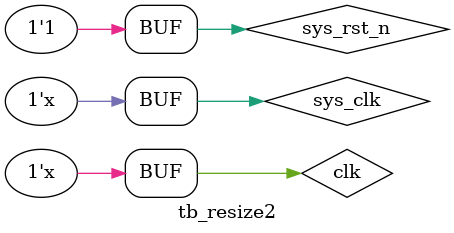
<source format=v>
`timescale  1ns/1ns
module  tb_resize2;


//----------------------------------------------------------------------
//dvpÊ±Ðò²úÉú
//parameter define
parameter   H_VALID   =   10'd400 ,   //ÐÐÓÐÐ§Êý¾Ý
            H_TOTAL   =   10'd440 ;   //ÐÐÉ¨ÃèÖÜÆÚ
parameter   V_SYNC    =   10'd20   ,   //³¡Í¬²½
            V_BACK    =   10'd20  ,   //³¡Ê±ÐòºóÑØ
            V_VALID   =   10'd320 ,   //³¡ÓÐÐ§Êý¾Ý
            V_FRONT   =   10'd20   ,   //³¡Ê±ÐòÇ°ÑØ
            V_TOTAL   =   10'd380 ;   //³¡É¨ÃèÖÜÆÚ

//wire  define
wire            dvp_href     ;   //ÐÐÍ¬²½ÐÅºÅ
wire            dvp_vsync    ;   //³¡Í¬²½ÐÅºÅ

//reg   define
reg             sys_clk         ;   //Ä£ÄâdvpÊ±ÖÓÐÅºÅ
reg             clk         ;   //Ä£ÄâÊ±ÖÓÐÅºÅ
reg             sys_rst_n       ;   //Ä£Äâ¸´Î»ÐÅºÅ
reg     [7:0]   dvp_data     ;   //Ä£ÄâÉãÏñÍ·²É¼¯Í¼ÏñÊý¾Ý
reg     [11:0]  cnt_h           ;   //ÐÐÍ¬²½¼ÆÊýÆ÷
reg     [9:0]   cnt_v           ;   //³¡Í¬²½¼ÆÊýÆ÷

//Ê±ÖÓ¡¢¸´Î»ÐÅºÅ
initial
  begin
    sys_clk     =   1'b1  ;
    clk         =   1'b1  ;
    sys_rst_n   <=  1'b0  ;
    #200
    sys_rst_n   <=  1'b1  ;
  end

always  #20 sys_clk = ~sys_clk;
always  #5 clk = ~clk;

//cnt_h:ÐÐÍ¬²½ÐÅºÅ¼ÆÊýÆ÷
always@(posedge sys_clk or  negedge sys_rst_n)
    if(sys_rst_n == 1'b0)
        cnt_h   <=  12'd0   ;
    else    if(cnt_h == ((H_TOTAL * 3) - 1'b1))
        cnt_h   <=  12'd0   ;
    else
        cnt_h   <=  cnt_h + 1'd1   ;

//dvp_href:ÐÐÍ¬²½ÐÅºÅ
assign  dvp_href = (((cnt_h >= 0)
                      && (cnt_h <= ((H_VALID * 3) - 1'b1)))
                      && ((cnt_v >= (V_SYNC + V_BACK))
                      && (cnt_v <= (V_SYNC + V_BACK + V_VALID - 1'b1))))
                      ? 1'b1 : 1'b0  ;

//cnt_v:³¡Í¬²½ÐÅºÅ¼ÆÊýÆ÷
always@(posedge sys_clk or  negedge sys_rst_n)
    if(sys_rst_n == 1'b0)
        cnt_v   <=  10'd0 ;
    else    if((cnt_v == (V_TOTAL - 1'b1))
                && (cnt_h == ((H_TOTAL * 3) - 1'b1)))
        cnt_v   <=  10'd0 ;
    else    if(cnt_h == ((H_TOTAL * 3) - 1'b1))
        cnt_v   <=  cnt_v + 1'd1 ;
    else
        cnt_v   <=  cnt_v ;

//vsync:³¡Í¬²½ÐÅºÅ
assign  dvp_vsync = (cnt_v  <= (V_SYNC - 1'b1)) ? 1'b1 : 1'b0  ;

//dvp_data:Ä£ÄâÉãÏñÍ·²É¼¯Í¼ÏñÊý¾Ý
always@(posedge sys_clk or  negedge sys_rst_n)
    if(sys_rst_n == 1'b0)
        dvp_data <=  8'd0;
    else    if(dvp_href == 1'b1) 
        dvp_data <=  dvp_data + 1'b1;
    else
        dvp_data <=  8'd0;

parameter    USER_DATA_WIDTH = 32;		//ÊäÈëÎ»¿í32
wire                        resize_wr_en    ;   //Í¼ÏñÊý¾ÝÓÐÐ§Ê¹ÄÜÐÅºÅ
wire [USER_DATA_WIDTH-1:0]  resize_data_out ;   //Í¼ÏñÊý¾Ý
wire    cmos_vsync_begin;   //³¡Í¬²½¿ªÊ¼
wire    cmos_vsync_end ;    //³¡Í¬²½½áÊø
resize_top  #(
    .USER_DATA_WIDTH     (USER_DATA_WIDTH)
 )
 resize_top_inst(
    .sys_rst_n        (sys_rst_n      ),  //¸´Î»ÐÅºÅ

    .dvp_pclk_in        (sys_clk        ),  //ÉãÏñÍ·ÏñËØÊ±ÖÓ
    .dvp_href_in        (dvp_href    ),  //ÉãÏñÍ·ÐÐÍ¬²½ÐÅºÅ
    .dvp_vsync_in       (dvp_vsync   ),  //ÉãÏñÍ·³¡Í¬²½ÐÅºÅ
    .dvp_data_in        (dvp_data    ),  //ÉãÏñÍ·Í¼ÏñÊý¾Ý

    .resize_wr_en       (resize_wr_en   ),  //Í¼ÏñÊý¾ÝÓÐÐ§Ê¹ÄÜÐÅºÅ
    .resize_data_out    (resize_data_out),   //Í¼ÏñÊý¾Ý

    .cmos_vsync_begin   (cmos_vsync_begin   ),    //³¡Í¬²½¿ªÊ¼
    .cmos_vsync_end     (cmos_vsync_end   )    //³¡Í¬²½½áÊø
);







// //----------------------------------------------------------------------
// //rgb2gray
// wire            dvp_pclk_out    ;   //ÓÐÐ§Í¼ÏñÊ¹ÄÜÐÅºÅ
// wire            dvp_href_out ;   //ÓÐÐ§Í¼ÏñÊý¾Ý
// wire            dvp_vsync_out    ;   //ÓÐÐ§Í¼ÏñÊ¹ÄÜÐÅºÅ
// wire     [7:0]  dvp_data_out ;   //ÓÐÐ§Í¼ÏñÊý¾Ý

// rgb2gray rgb2gray_inst(
//     .sys_rst_n       (sys_rst_n      ),  //¸´Î»ÐÅºÅ

//     .dvp_pclk_in        (sys_clk        ),  //ÉãÏñÍ·ÏñËØÊ±ÖÓ
//     .dvp_href_in        (dvp_href    ),  //ÉãÏñÍ·ÐÐÍ¬²½ÐÅºÅ
//     .dvp_vsync_in       (dvp_vsync   ),  //ÉãÏñÍ·³¡Í¬²½ÐÅºÅ
//     .dvp_data_in       (dvp_data    ),  //ÉãÏñÍ·Í¼ÏñÊý¾Ý

//     .dvp_pclk_out        (dvp_pclk_out        ),  //ÉãÏñÍ·ÏñËØÊ±ÖÓ
//     .dvp_href_out        (dvp_href_out    ),  //ÉãÏñÍ·ÐÐÍ¬²½ÐÅºÅ
//     .dvp_vsync_out       (dvp_vsync_out   ),  //ÉãÏñÍ·³¡Í¬²½ÐÅºÅ
//     .dvp_data_out       (dvp_data_out    )  //ÉãÏñÍ·Í¼ÏñÊý¾Ý

// );


// //----------------------------------------------------------------------
// //resize
// localparam src_image_width  = 400;
// localparam src_image_height = 320;
// localparam dst_image_width  = 300;
// localparam dst_image_height = 300;
// localparam x_ratio          = 87381;    //  floor(src_image_width/dst_image_width*2^16)
// localparam y_ratio          = 69905;    //  floor(src_image_height/dst_image_height*2^16)

// //  Image data has been processed
// wire                            post_img_vsync;
// wire                            post_img_href;
// wire            [7:0]           post_img_gray;

// bilinear_interpolation
// #(
//     .C_SRC_IMG_WIDTH (src_image_width ),
//     .C_SRC_IMG_HEIGHT(src_image_height),
//     .C_DST_IMG_WIDTH (dst_image_width ),
//     .C_DST_IMG_HEIGHT(dst_image_height),
//     .C_X_RATIO       (x_ratio         ),        //  floor(C_SRC_IMG_WIDTH/C_DST_IMG_WIDTH*2^16)
//     .C_Y_RATIO       (y_ratio         )         //  floor(C_SRC_IMG_HEIGHT/C_DST_IMG_HEIGHT*2^16)
// )
// u_bilinear_interpolation
// (
//     .clk_in1        (dvp_pclk_out        ),
//     .clk_in2        (dvp_pclk_out        ),
//     .rst_n          (sys_rst_n          ),
    
//     //  Image data prepared to be processed
//     .per_img_vsync1  (dvp_vsync_out  ),          //  Prepared Image data vsync valid signal
//     .per_img_href   (dvp_href_out   ),          //  Prepared Image data href vaild  signal
//     .per_img_gray   (dvp_data_out   ),          //  Prepared Image brightness input
    
//     //  Image data has been processed
//     .post_img_vsync1 (post_img_vsync ),          //  processed Image data vsync valid signal
//     .post_img_href  (post_img_href  ),          //  processed Image data href vaild  signal
//     .post_img_gray  (post_img_gray  )           //  processed Image brightness output
// );

// //----------------------------------------------------------------------
// //dvp_rgb888
// parameter USER_DATA_WIDTH = 32;		//ÊäÈëÎ»¿í32
// wire            rgb888_wr_en    ;   //ÓÐÐ§Í¼ÏñÊ¹ÄÜÐÅºÅ
// wire    [USER_DATA_WIDTH-1:0]  rgb888_data_out ;   //ÓÐÐ§Í¼ÏñÊý¾Ý
// wire            cmos_vsync_begin    ;   //ÓÐÐ§Í¼ÏñÊ¹ÄÜÐÅºÅ
// wire            cmos_vsync_end ;   //ÓÐÐ§Í¼ÏñÊý¾Ý
// dvp_rgb888 #(
//     .USER_DATA_WIDTH     (USER_DATA_WIDTH)
// )
// dvp_rgb888_inst(
//     .sys_rst_n       (sys_rst_n      ),  //¸´Î»ÐÅºÅ
//     .dvp_pclk        (dvp_pclk_out     ),  //ÉãÏñÍ·ÏñËØÊ±ÖÓ
//     .dvp_href        (post_img_href    ),  //ÉãÏñÍ·ÐÐÍ¬²½ÐÅºÅ
//     .dvp_vsync       (post_img_vsync   ),  //ÉãÏñÍ·³¡Í¬²½ÐÅºÅ
//     .dvp_data        (post_img_gray    ),  //ÉãÏñÍ·Í¼ÏñÊý¾Ý

//     .rgb888_wr_en       (rgb888_wr_en   ),  //Í¼ÏñÊý¾ÝÓÐÐ§Ê¹ÄÜÐÅºÅ
//     .rgb888_data_out    (rgb888_data_out),   //Í¼ÏñÊý¾Ý

//     .cmos_vsync_begin   (cmos_vsync_begin   ),    //³¡Í¬²½¿ªÊ¼
//     .cmos_vsync_end     (cmos_vsync_end   )    //³¡Í¬²½½áÊø
// );


endmodule

</source>
